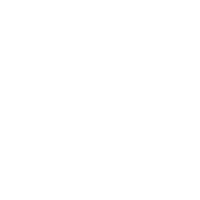
<source format=gbr>
G04 DipTrace 3.3.1.3*
G04 BottomPaste.gbr*
%MOMM*%
G04 #@! TF.FileFunction,Paste,Bot*
G04 #@! TF.Part,Single*
%ADD45R,0.69985X0.09985*%
%ADD47R,0.09985X0.69985*%
%FSLAX35Y35*%
G04*
G71*
G90*
G75*
G01*
G04 BotPaste*
%LPD*%
D47*
X1774998Y3115998D3*
X1824998D3*
X1874998D3*
X1924998D3*
X1974998D3*
X2024998D3*
X2074998D3*
X2124998D3*
X2174998D3*
X2224998D3*
X2274998D3*
X2324998D3*
X2374998D3*
X2424998D3*
X2474998D3*
X2524998D3*
X2574998D3*
X2624998D3*
X2674998D3*
X2724998D3*
X2774998D3*
X2824998D3*
X2874998D3*
X2924998D3*
X2974998D3*
D45*
X3146998Y2943998D3*
Y2893998D3*
Y2843998D3*
Y2793998D3*
Y2743998D3*
Y2693998D3*
Y2643998D3*
Y2593998D3*
Y2543998D3*
Y2493998D3*
Y2443998D3*
Y2393998D3*
Y2343998D3*
Y2293998D3*
Y2243998D3*
Y2193998D3*
Y2143998D3*
Y2093998D3*
Y2043998D3*
Y1993998D3*
Y1943998D3*
Y1893998D3*
Y1843998D3*
Y1793998D3*
Y1743998D3*
D47*
X2974998Y1571998D3*
X2924998D3*
X2874998D3*
X2824998D3*
X2774998D3*
X2724998D3*
X2674998D3*
X2624998D3*
X2574998D3*
X2524998D3*
X2474998D3*
X2424998D3*
X2374998D3*
X2324998D3*
X2274998D3*
X2224998D3*
X2174998D3*
X2124998D3*
X2074998D3*
X2024998D3*
X1974998D3*
X1924998D3*
X1874998D3*
X1824998D3*
X1774998D3*
D45*
X1602998Y1743998D3*
Y1793998D3*
Y1843998D3*
Y1893998D3*
Y1943998D3*
Y1993998D3*
Y2043998D3*
Y2093998D3*
Y2143998D3*
Y2193998D3*
Y2243998D3*
Y2293998D3*
Y2343998D3*
Y2393998D3*
Y2443998D3*
Y2493998D3*
Y2543998D3*
Y2593998D3*
Y2643998D3*
Y2693998D3*
Y2743998D3*
Y2793998D3*
Y2843998D3*
Y2893998D3*
Y2943998D3*
M02*

</source>
